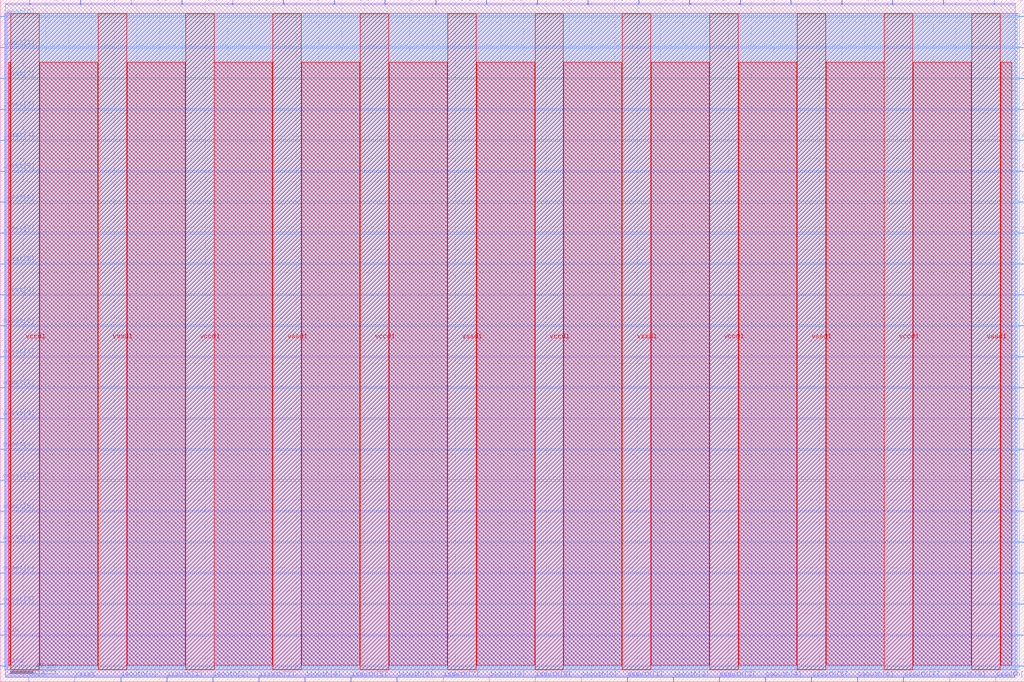
<source format=lef>
VERSION 5.7 ;
  NOWIREEXTENSIONATPIN ON ;
  DIVIDERCHAR "/" ;
  BUSBITCHARS "[]" ;
MACRO chaos_subarray
  CLASS BLOCK ;
  FOREIGN chaos_subarray ;
  ORIGIN 0.000 0.000 ;
  SIZE 900.000 BY 600.000 ;
  PIN hold
    DIRECTION INPUT ;
    USE SIGNAL ;
    PORT
      LAYER met2 ;
        RECT 24.930 0.000 25.210 4.000 ;
    END
  END hold
  PIN iclk
    DIRECTION INPUT ;
    USE SIGNAL ;
    PORT
      LAYER met3 ;
        RECT 0.000 40.840 4.000 41.440 ;
    END
  END iclk
  PIN idata
    DIRECTION INPUT ;
    USE SIGNAL ;
    PORT
      LAYER met3 ;
        RECT 0.000 13.640 4.000 14.240 ;
    END
  END idata
  PIN ieast[0]
    DIRECTION INPUT ;
    USE SIGNAL ;
    PORT
      LAYER met3 ;
        RECT 896.000 13.640 900.000 14.240 ;
    END
  END ieast[0]
  PIN ieast[1]
    DIRECTION INPUT ;
    USE SIGNAL ;
    PORT
      LAYER met3 ;
        RECT 896.000 40.840 900.000 41.440 ;
    END
  END ieast[1]
  PIN ieast[2]
    DIRECTION INPUT ;
    USE SIGNAL ;
    PORT
      LAYER met3 ;
        RECT 896.000 68.040 900.000 68.640 ;
    END
  END ieast[2]
  PIN ieast[3]
    DIRECTION INPUT ;
    USE SIGNAL ;
    PORT
      LAYER met3 ;
        RECT 896.000 95.240 900.000 95.840 ;
    END
  END ieast[3]
  PIN ieast[4]
    DIRECTION INPUT ;
    USE SIGNAL ;
    PORT
      LAYER met3 ;
        RECT 896.000 122.440 900.000 123.040 ;
    END
  END ieast[4]
  PIN ieast[5]
    DIRECTION INPUT ;
    USE SIGNAL ;
    PORT
      LAYER met3 ;
        RECT 896.000 149.640 900.000 150.240 ;
    END
  END ieast[5]
  PIN ieast[6]
    DIRECTION INPUT ;
    USE SIGNAL ;
    PORT
      LAYER met3 ;
        RECT 896.000 176.840 900.000 177.440 ;
    END
  END ieast[6]
  PIN ieast[7]
    DIRECTION INPUT ;
    USE SIGNAL ;
    PORT
      LAYER met3 ;
        RECT 896.000 204.040 900.000 204.640 ;
    END
  END ieast[7]
  PIN ieast[8]
    DIRECTION INPUT ;
    USE SIGNAL ;
    PORT
      LAYER met3 ;
        RECT 896.000 231.240 900.000 231.840 ;
    END
  END ieast[8]
  PIN ieast[9]
    DIRECTION INPUT ;
    USE SIGNAL ;
    PORT
      LAYER met3 ;
        RECT 896.000 258.440 900.000 259.040 ;
    END
  END ieast[9]
  PIN inorth[0]
    DIRECTION INPUT ;
    USE SIGNAL ;
    PORT
      LAYER met2 ;
        RECT 873.630 596.000 873.910 600.000 ;
    END
  END inorth[0]
  PIN inorth[1]
    DIRECTION INPUT ;
    USE SIGNAL ;
    PORT
      LAYER met2 ;
        RECT 829.010 596.000 829.290 600.000 ;
    END
  END inorth[1]
  PIN inorth[2]
    DIRECTION INPUT ;
    USE SIGNAL ;
    PORT
      LAYER met2 ;
        RECT 784.390 596.000 784.670 600.000 ;
    END
  END inorth[2]
  PIN inorth[3]
    DIRECTION INPUT ;
    USE SIGNAL ;
    PORT
      LAYER met2 ;
        RECT 739.770 596.000 740.050 600.000 ;
    END
  END inorth[3]
  PIN inorth[4]
    DIRECTION INPUT ;
    USE SIGNAL ;
    PORT
      LAYER met2 ;
        RECT 695.150 596.000 695.430 600.000 ;
    END
  END inorth[4]
  PIN inorth[5]
    DIRECTION INPUT ;
    USE SIGNAL ;
    PORT
      LAYER met2 ;
        RECT 650.530 596.000 650.810 600.000 ;
    END
  END inorth[5]
  PIN inorth[6]
    DIRECTION INPUT ;
    USE SIGNAL ;
    PORT
      LAYER met2 ;
        RECT 605.910 596.000 606.190 600.000 ;
    END
  END inorth[6]
  PIN inorth[7]
    DIRECTION INPUT ;
    USE SIGNAL ;
    PORT
      LAYER met2 ;
        RECT 561.290 596.000 561.570 600.000 ;
    END
  END inorth[7]
  PIN inorth[8]
    DIRECTION INPUT ;
    USE SIGNAL ;
    PORT
      LAYER met2 ;
        RECT 516.670 596.000 516.950 600.000 ;
    END
  END inorth[8]
  PIN inorth[9]
    DIRECTION INPUT ;
    USE SIGNAL ;
    PORT
      LAYER met2 ;
        RECT 472.050 596.000 472.330 600.000 ;
    END
  END inorth[9]
  PIN isouth[0]
    DIRECTION INPUT ;
    USE SIGNAL ;
    PORT
      LAYER met2 ;
        RECT 105.890 0.000 106.170 4.000 ;
    END
  END isouth[0]
  PIN isouth[1]
    DIRECTION INPUT ;
    USE SIGNAL ;
    PORT
      LAYER met2 ;
        RECT 146.370 0.000 146.650 4.000 ;
    END
  END isouth[1]
  PIN isouth[2]
    DIRECTION INPUT ;
    USE SIGNAL ;
    PORT
      LAYER met2 ;
        RECT 186.850 0.000 187.130 4.000 ;
    END
  END isouth[2]
  PIN isouth[3]
    DIRECTION INPUT ;
    USE SIGNAL ;
    PORT
      LAYER met2 ;
        RECT 227.330 0.000 227.610 4.000 ;
    END
  END isouth[3]
  PIN isouth[4]
    DIRECTION INPUT ;
    USE SIGNAL ;
    PORT
      LAYER met2 ;
        RECT 267.810 0.000 268.090 4.000 ;
    END
  END isouth[4]
  PIN isouth[5]
    DIRECTION INPUT ;
    USE SIGNAL ;
    PORT
      LAYER met2 ;
        RECT 308.290 0.000 308.570 4.000 ;
    END
  END isouth[5]
  PIN isouth[6]
    DIRECTION INPUT ;
    USE SIGNAL ;
    PORT
      LAYER met2 ;
        RECT 348.770 0.000 349.050 4.000 ;
    END
  END isouth[6]
  PIN isouth[7]
    DIRECTION INPUT ;
    USE SIGNAL ;
    PORT
      LAYER met2 ;
        RECT 389.250 0.000 389.530 4.000 ;
    END
  END isouth[7]
  PIN isouth[8]
    DIRECTION INPUT ;
    USE SIGNAL ;
    PORT
      LAYER met2 ;
        RECT 429.730 0.000 430.010 4.000 ;
    END
  END isouth[8]
  PIN isouth[9]
    DIRECTION INPUT ;
    USE SIGNAL ;
    PORT
      LAYER met2 ;
        RECT 470.210 0.000 470.490 4.000 ;
    END
  END isouth[9]
  PIN iwest[0]
    DIRECTION INPUT ;
    USE SIGNAL ;
    PORT
      LAYER met3 ;
        RECT 0.000 584.840 4.000 585.440 ;
    END
  END iwest[0]
  PIN iwest[1]
    DIRECTION INPUT ;
    USE SIGNAL ;
    PORT
      LAYER met3 ;
        RECT 0.000 557.640 4.000 558.240 ;
    END
  END iwest[1]
  PIN iwest[2]
    DIRECTION INPUT ;
    USE SIGNAL ;
    PORT
      LAYER met3 ;
        RECT 0.000 530.440 4.000 531.040 ;
    END
  END iwest[2]
  PIN iwest[3]
    DIRECTION INPUT ;
    USE SIGNAL ;
    PORT
      LAYER met3 ;
        RECT 0.000 503.240 4.000 503.840 ;
    END
  END iwest[3]
  PIN iwest[4]
    DIRECTION INPUT ;
    USE SIGNAL ;
    PORT
      LAYER met3 ;
        RECT 0.000 476.040 4.000 476.640 ;
    END
  END iwest[4]
  PIN iwest[5]
    DIRECTION INPUT ;
    USE SIGNAL ;
    PORT
      LAYER met3 ;
        RECT 0.000 448.840 4.000 449.440 ;
    END
  END iwest[5]
  PIN iwest[6]
    DIRECTION INPUT ;
    USE SIGNAL ;
    PORT
      LAYER met3 ;
        RECT 0.000 421.640 4.000 422.240 ;
    END
  END iwest[6]
  PIN iwest[7]
    DIRECTION INPUT ;
    USE SIGNAL ;
    PORT
      LAYER met3 ;
        RECT 0.000 394.440 4.000 395.040 ;
    END
  END iwest[7]
  PIN iwest[8]
    DIRECTION INPUT ;
    USE SIGNAL ;
    PORT
      LAYER met3 ;
        RECT 0.000 367.240 4.000 367.840 ;
    END
  END iwest[8]
  PIN iwest[9]
    DIRECTION INPUT ;
    USE SIGNAL ;
    PORT
      LAYER met3 ;
        RECT 0.000 340.040 4.000 340.640 ;
    END
  END iwest[9]
  PIN oclk
    DIRECTION OUTPUT TRISTATE ;
    USE SIGNAL ;
    PORT
      LAYER met3 ;
        RECT 896.000 557.640 900.000 558.240 ;
    END
  END oclk
  PIN odata
    DIRECTION OUTPUT TRISTATE ;
    USE SIGNAL ;
    PORT
      LAYER met3 ;
        RECT 896.000 584.840 900.000 585.440 ;
    END
  END odata
  PIN oeast[0]
    DIRECTION OUTPUT TRISTATE ;
    USE SIGNAL ;
    PORT
      LAYER met3 ;
        RECT 896.000 285.640 900.000 286.240 ;
    END
  END oeast[0]
  PIN oeast[1]
    DIRECTION OUTPUT TRISTATE ;
    USE SIGNAL ;
    PORT
      LAYER met3 ;
        RECT 896.000 312.840 900.000 313.440 ;
    END
  END oeast[1]
  PIN oeast[2]
    DIRECTION OUTPUT TRISTATE ;
    USE SIGNAL ;
    PORT
      LAYER met3 ;
        RECT 896.000 340.040 900.000 340.640 ;
    END
  END oeast[2]
  PIN oeast[3]
    DIRECTION OUTPUT TRISTATE ;
    USE SIGNAL ;
    PORT
      LAYER met3 ;
        RECT 896.000 367.240 900.000 367.840 ;
    END
  END oeast[3]
  PIN oeast[4]
    DIRECTION OUTPUT TRISTATE ;
    USE SIGNAL ;
    PORT
      LAYER met3 ;
        RECT 896.000 394.440 900.000 395.040 ;
    END
  END oeast[4]
  PIN oeast[5]
    DIRECTION OUTPUT TRISTATE ;
    USE SIGNAL ;
    PORT
      LAYER met3 ;
        RECT 896.000 421.640 900.000 422.240 ;
    END
  END oeast[5]
  PIN oeast[6]
    DIRECTION OUTPUT TRISTATE ;
    USE SIGNAL ;
    PORT
      LAYER met3 ;
        RECT 896.000 448.840 900.000 449.440 ;
    END
  END oeast[6]
  PIN oeast[7]
    DIRECTION OUTPUT TRISTATE ;
    USE SIGNAL ;
    PORT
      LAYER met3 ;
        RECT 896.000 476.040 900.000 476.640 ;
    END
  END oeast[7]
  PIN oeast[8]
    DIRECTION OUTPUT TRISTATE ;
    USE SIGNAL ;
    PORT
      LAYER met3 ;
        RECT 896.000 503.240 900.000 503.840 ;
    END
  END oeast[8]
  PIN oeast[9]
    DIRECTION OUTPUT TRISTATE ;
    USE SIGNAL ;
    PORT
      LAYER met3 ;
        RECT 896.000 530.440 900.000 531.040 ;
    END
  END oeast[9]
  PIN onorth[0]
    DIRECTION OUTPUT TRISTATE ;
    USE SIGNAL ;
    PORT
      LAYER met2 ;
        RECT 427.430 596.000 427.710 600.000 ;
    END
  END onorth[0]
  PIN onorth[1]
    DIRECTION OUTPUT TRISTATE ;
    USE SIGNAL ;
    PORT
      LAYER met2 ;
        RECT 382.810 596.000 383.090 600.000 ;
    END
  END onorth[1]
  PIN onorth[2]
    DIRECTION OUTPUT TRISTATE ;
    USE SIGNAL ;
    PORT
      LAYER met2 ;
        RECT 338.190 596.000 338.470 600.000 ;
    END
  END onorth[2]
  PIN onorth[3]
    DIRECTION OUTPUT TRISTATE ;
    USE SIGNAL ;
    PORT
      LAYER met2 ;
        RECT 293.570 596.000 293.850 600.000 ;
    END
  END onorth[3]
  PIN onorth[4]
    DIRECTION OUTPUT TRISTATE ;
    USE SIGNAL ;
    PORT
      LAYER met2 ;
        RECT 248.950 596.000 249.230 600.000 ;
    END
  END onorth[4]
  PIN onorth[5]
    DIRECTION OUTPUT TRISTATE ;
    USE SIGNAL ;
    PORT
      LAYER met2 ;
        RECT 204.330 596.000 204.610 600.000 ;
    END
  END onorth[5]
  PIN onorth[6]
    DIRECTION OUTPUT TRISTATE ;
    USE SIGNAL ;
    PORT
      LAYER met2 ;
        RECT 159.710 596.000 159.990 600.000 ;
    END
  END onorth[6]
  PIN onorth[7]
    DIRECTION OUTPUT TRISTATE ;
    USE SIGNAL ;
    PORT
      LAYER met2 ;
        RECT 115.090 596.000 115.370 600.000 ;
    END
  END onorth[7]
  PIN onorth[8]
    DIRECTION OUTPUT TRISTATE ;
    USE SIGNAL ;
    PORT
      LAYER met2 ;
        RECT 70.470 596.000 70.750 600.000 ;
    END
  END onorth[8]
  PIN onorth[9]
    DIRECTION OUTPUT TRISTATE ;
    USE SIGNAL ;
    PORT
      LAYER met2 ;
        RECT 25.850 596.000 26.130 600.000 ;
    END
  END onorth[9]
  PIN osouth[0]
    DIRECTION OUTPUT TRISTATE ;
    USE SIGNAL ;
    PORT
      LAYER met2 ;
        RECT 510.690 0.000 510.970 4.000 ;
    END
  END osouth[0]
  PIN osouth[1]
    DIRECTION OUTPUT TRISTATE ;
    USE SIGNAL ;
    PORT
      LAYER met2 ;
        RECT 551.170 0.000 551.450 4.000 ;
    END
  END osouth[1]
  PIN osouth[2]
    DIRECTION OUTPUT TRISTATE ;
    USE SIGNAL ;
    PORT
      LAYER met2 ;
        RECT 591.650 0.000 591.930 4.000 ;
    END
  END osouth[2]
  PIN osouth[3]
    DIRECTION OUTPUT TRISTATE ;
    USE SIGNAL ;
    PORT
      LAYER met2 ;
        RECT 632.130 0.000 632.410 4.000 ;
    END
  END osouth[3]
  PIN osouth[4]
    DIRECTION OUTPUT TRISTATE ;
    USE SIGNAL ;
    PORT
      LAYER met2 ;
        RECT 672.610 0.000 672.890 4.000 ;
    END
  END osouth[4]
  PIN osouth[5]
    DIRECTION OUTPUT TRISTATE ;
    USE SIGNAL ;
    PORT
      LAYER met2 ;
        RECT 713.090 0.000 713.370 4.000 ;
    END
  END osouth[5]
  PIN osouth[6]
    DIRECTION OUTPUT TRISTATE ;
    USE SIGNAL ;
    PORT
      LAYER met2 ;
        RECT 753.570 0.000 753.850 4.000 ;
    END
  END osouth[6]
  PIN osouth[7]
    DIRECTION OUTPUT TRISTATE ;
    USE SIGNAL ;
    PORT
      LAYER met2 ;
        RECT 794.050 0.000 794.330 4.000 ;
    END
  END osouth[7]
  PIN osouth[8]
    DIRECTION OUTPUT TRISTATE ;
    USE SIGNAL ;
    PORT
      LAYER met2 ;
        RECT 834.530 0.000 834.810 4.000 ;
    END
  END osouth[8]
  PIN osouth[9]
    DIRECTION OUTPUT TRISTATE ;
    USE SIGNAL ;
    PORT
      LAYER met2 ;
        RECT 875.010 0.000 875.290 4.000 ;
    END
  END osouth[9]
  PIN owest[0]
    DIRECTION OUTPUT TRISTATE ;
    USE SIGNAL ;
    PORT
      LAYER met3 ;
        RECT 0.000 312.840 4.000 313.440 ;
    END
  END owest[0]
  PIN owest[1]
    DIRECTION OUTPUT TRISTATE ;
    USE SIGNAL ;
    PORT
      LAYER met3 ;
        RECT 0.000 285.640 4.000 286.240 ;
    END
  END owest[1]
  PIN owest[2]
    DIRECTION OUTPUT TRISTATE ;
    USE SIGNAL ;
    PORT
      LAYER met3 ;
        RECT 0.000 258.440 4.000 259.040 ;
    END
  END owest[2]
  PIN owest[3]
    DIRECTION OUTPUT TRISTATE ;
    USE SIGNAL ;
    PORT
      LAYER met3 ;
        RECT 0.000 231.240 4.000 231.840 ;
    END
  END owest[3]
  PIN owest[4]
    DIRECTION OUTPUT TRISTATE ;
    USE SIGNAL ;
    PORT
      LAYER met3 ;
        RECT 0.000 204.040 4.000 204.640 ;
    END
  END owest[4]
  PIN owest[5]
    DIRECTION OUTPUT TRISTATE ;
    USE SIGNAL ;
    PORT
      LAYER met3 ;
        RECT 0.000 176.840 4.000 177.440 ;
    END
  END owest[5]
  PIN owest[6]
    DIRECTION OUTPUT TRISTATE ;
    USE SIGNAL ;
    PORT
      LAYER met3 ;
        RECT 0.000 149.640 4.000 150.240 ;
    END
  END owest[6]
  PIN owest[7]
    DIRECTION OUTPUT TRISTATE ;
    USE SIGNAL ;
    PORT
      LAYER met3 ;
        RECT 0.000 122.440 4.000 123.040 ;
    END
  END owest[7]
  PIN owest[8]
    DIRECTION OUTPUT TRISTATE ;
    USE SIGNAL ;
    PORT
      LAYER met3 ;
        RECT 0.000 95.240 4.000 95.840 ;
    END
  END owest[8]
  PIN owest[9]
    DIRECTION OUTPUT TRISTATE ;
    USE SIGNAL ;
    PORT
      LAYER met3 ;
        RECT 0.000 68.040 4.000 68.640 ;
    END
  END owest[9]
  PIN reset
    DIRECTION INPUT ;
    USE SIGNAL ;
    PORT
      LAYER met2 ;
        RECT 65.410 0.000 65.690 4.000 ;
    END
  END reset
  PIN vccd1
    DIRECTION INOUT ;
    USE POWER ;
    PORT
      LAYER met4 ;
        RECT 9.340 10.640 34.340 587.760 ;
    END
    PORT
      LAYER met4 ;
        RECT 162.940 10.640 187.940 587.760 ;
    END
    PORT
      LAYER met4 ;
        RECT 316.540 10.640 341.540 587.760 ;
    END
    PORT
      LAYER met4 ;
        RECT 470.140 10.640 495.140 587.760 ;
    END
    PORT
      LAYER met4 ;
        RECT 623.740 10.640 648.740 587.760 ;
    END
    PORT
      LAYER met4 ;
        RECT 777.340 10.640 802.340 587.760 ;
    END
  END vccd1
  PIN vssd1
    DIRECTION INOUT ;
    USE GROUND ;
    PORT
      LAYER met4 ;
        RECT 86.140 10.640 111.140 587.760 ;
    END
    PORT
      LAYER met4 ;
        RECT 239.740 10.640 264.740 587.760 ;
    END
    PORT
      LAYER met4 ;
        RECT 393.340 10.640 418.340 587.760 ;
    END
    PORT
      LAYER met4 ;
        RECT 546.940 10.640 571.940 587.760 ;
    END
    PORT
      LAYER met4 ;
        RECT 700.540 10.640 725.540 587.760 ;
    END
    PORT
      LAYER met4 ;
        RECT 854.140 10.640 879.140 587.760 ;
    END
  END vssd1
  OBS
      LAYER li1 ;
        RECT 5.520 10.795 894.240 587.605 ;
      LAYER met1 ;
        RECT 4.210 5.820 894.240 588.160 ;
      LAYER met2 ;
        RECT 4.240 595.720 25.570 596.770 ;
        RECT 26.410 595.720 70.190 596.770 ;
        RECT 71.030 595.720 114.810 596.770 ;
        RECT 115.650 595.720 159.430 596.770 ;
        RECT 160.270 595.720 204.050 596.770 ;
        RECT 204.890 595.720 248.670 596.770 ;
        RECT 249.510 595.720 293.290 596.770 ;
        RECT 294.130 595.720 337.910 596.770 ;
        RECT 338.750 595.720 382.530 596.770 ;
        RECT 383.370 595.720 427.150 596.770 ;
        RECT 427.990 595.720 471.770 596.770 ;
        RECT 472.610 595.720 516.390 596.770 ;
        RECT 517.230 595.720 561.010 596.770 ;
        RECT 561.850 595.720 605.630 596.770 ;
        RECT 606.470 595.720 650.250 596.770 ;
        RECT 651.090 595.720 694.870 596.770 ;
        RECT 695.710 595.720 739.490 596.770 ;
        RECT 740.330 595.720 784.110 596.770 ;
        RECT 784.950 595.720 828.730 596.770 ;
        RECT 829.570 595.720 873.350 596.770 ;
        RECT 874.190 595.720 892.310 596.770 ;
        RECT 4.240 4.280 892.310 595.720 ;
        RECT 4.240 4.000 24.650 4.280 ;
        RECT 25.490 4.000 65.130 4.280 ;
        RECT 65.970 4.000 105.610 4.280 ;
        RECT 106.450 4.000 146.090 4.280 ;
        RECT 146.930 4.000 186.570 4.280 ;
        RECT 187.410 4.000 227.050 4.280 ;
        RECT 227.890 4.000 267.530 4.280 ;
        RECT 268.370 4.000 308.010 4.280 ;
        RECT 308.850 4.000 348.490 4.280 ;
        RECT 349.330 4.000 388.970 4.280 ;
        RECT 389.810 4.000 429.450 4.280 ;
        RECT 430.290 4.000 469.930 4.280 ;
        RECT 470.770 4.000 510.410 4.280 ;
        RECT 511.250 4.000 550.890 4.280 ;
        RECT 551.730 4.000 591.370 4.280 ;
        RECT 592.210 4.000 631.850 4.280 ;
        RECT 632.690 4.000 672.330 4.280 ;
        RECT 673.170 4.000 712.810 4.280 ;
        RECT 713.650 4.000 753.290 4.280 ;
        RECT 754.130 4.000 793.770 4.280 ;
        RECT 794.610 4.000 834.250 4.280 ;
        RECT 835.090 4.000 874.730 4.280 ;
        RECT 875.570 4.000 892.310 4.280 ;
      LAYER met3 ;
        RECT 4.000 585.840 896.000 587.685 ;
        RECT 4.400 584.440 895.600 585.840 ;
        RECT 4.000 558.640 896.000 584.440 ;
        RECT 4.400 557.240 895.600 558.640 ;
        RECT 4.000 531.440 896.000 557.240 ;
        RECT 4.400 530.040 895.600 531.440 ;
        RECT 4.000 504.240 896.000 530.040 ;
        RECT 4.400 502.840 895.600 504.240 ;
        RECT 4.000 477.040 896.000 502.840 ;
        RECT 4.400 475.640 895.600 477.040 ;
        RECT 4.000 449.840 896.000 475.640 ;
        RECT 4.400 448.440 895.600 449.840 ;
        RECT 4.000 422.640 896.000 448.440 ;
        RECT 4.400 421.240 895.600 422.640 ;
        RECT 4.000 395.440 896.000 421.240 ;
        RECT 4.400 394.040 895.600 395.440 ;
        RECT 4.000 368.240 896.000 394.040 ;
        RECT 4.400 366.840 895.600 368.240 ;
        RECT 4.000 341.040 896.000 366.840 ;
        RECT 4.400 339.640 895.600 341.040 ;
        RECT 4.000 313.840 896.000 339.640 ;
        RECT 4.400 312.440 895.600 313.840 ;
        RECT 4.000 286.640 896.000 312.440 ;
        RECT 4.400 285.240 895.600 286.640 ;
        RECT 4.000 259.440 896.000 285.240 ;
        RECT 4.400 258.040 895.600 259.440 ;
        RECT 4.000 232.240 896.000 258.040 ;
        RECT 4.400 230.840 895.600 232.240 ;
        RECT 4.000 205.040 896.000 230.840 ;
        RECT 4.400 203.640 895.600 205.040 ;
        RECT 4.000 177.840 896.000 203.640 ;
        RECT 4.400 176.440 895.600 177.840 ;
        RECT 4.000 150.640 896.000 176.440 ;
        RECT 4.400 149.240 895.600 150.640 ;
        RECT 4.000 123.440 896.000 149.240 ;
        RECT 4.400 122.040 895.600 123.440 ;
        RECT 4.000 96.240 896.000 122.040 ;
        RECT 4.400 94.840 895.600 96.240 ;
        RECT 4.000 69.040 896.000 94.840 ;
        RECT 4.400 67.640 895.600 69.040 ;
        RECT 4.000 41.840 896.000 67.640 ;
        RECT 4.400 40.440 895.600 41.840 ;
        RECT 4.000 14.640 896.000 40.440 ;
        RECT 4.400 13.240 895.600 14.640 ;
        RECT 4.000 10.715 896.000 13.240 ;
      LAYER met4 ;
        RECT 7.655 14.455 8.940 545.185 ;
        RECT 34.740 14.455 85.740 545.185 ;
        RECT 111.540 14.455 162.540 545.185 ;
        RECT 188.340 14.455 239.340 545.185 ;
        RECT 265.140 14.455 316.140 545.185 ;
        RECT 341.940 14.455 392.940 545.185 ;
        RECT 418.740 14.455 469.740 545.185 ;
        RECT 495.540 14.455 546.540 545.185 ;
        RECT 572.340 14.455 623.340 545.185 ;
        RECT 649.140 14.455 700.140 545.185 ;
        RECT 725.940 14.455 776.940 545.185 ;
        RECT 802.740 14.455 853.740 545.185 ;
        RECT 879.540 14.455 889.345 545.185 ;
  END
END chaos_subarray
END LIBRARY


</source>
